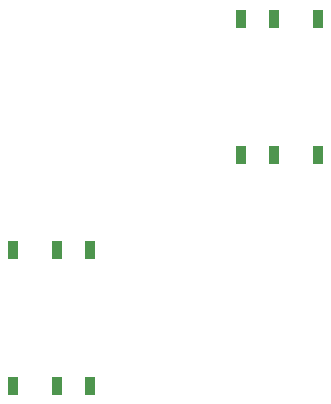
<source format=gbr>
%FSTAX23Y23*%
%MOMM*%
%SFA1B1*%

%IPPOS*%
%ADD10R,0.899998X1.499997*%
%LNflightstick_buttonpanelv3r_paste_top-1*%
%LPD*%
G54D10*
X06909Y26069D03*
X09709D03*
X13409D03*
Y14569D03*
X09709D03*
X06909D03*
X-05893Y06511D03*
X-08693D03*
X-12393D03*
Y-04987D03*
X-08693D03*
X-05893D03*
M02*
</source>
